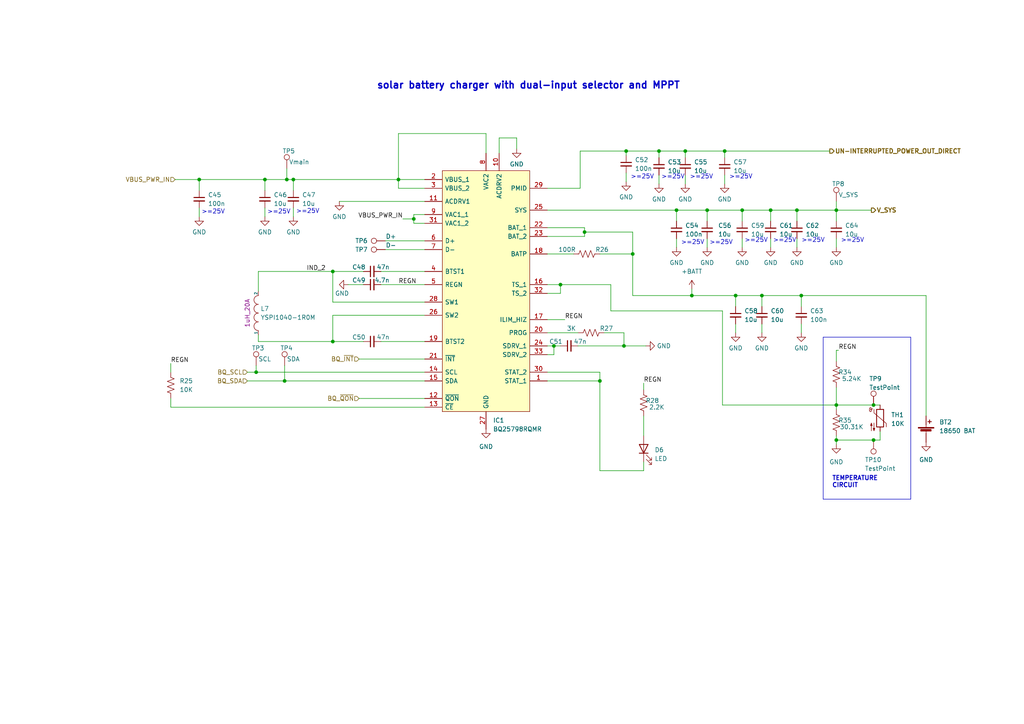
<source format=kicad_sch>
(kicad_sch (version 20230121) (generator eeschema)
  (paper "A4")
  (lib_symbols
    (symbol "Connector:TestPoint" (pin_numbers hide) (pin_names (offset 0.762) hide)
      (property "Reference" "TP" (at 0 6.858 0))
      (property "Value" "TestPoint" (at 0 5.08 0))
      (symbol "TestPoint_0_1"
        (circle (center 0 3.302) (radius 0.762))
      )
      (symbol "TestPoint_1_1"
        (pin passive line (at 0 0 90) (length 2.54) (name "1") (number "1"))
      )
    )
    (symbol "Device:Battery_Cell" (pin_numbers hide) (pin_names (offset 0) hide)
      (property "Reference" "BT" (at 2.54 2.54 0))
      (property "Value" "Battery_Cell" (at 2.54 0 0))
      (symbol "Battery_Cell_0_1"
        (rectangle (start -2.286 1.778) (end 2.286 1.524) (fill (type outline)))
        (rectangle (start -1.5748 1.1938) (end 1.4732 0.6858) (fill (type outline)))
        (polyline (pts (xy 0 0.762) (xy 0 0)))
        (polyline (pts (xy 0 1.778) (xy 0 2.54)))
        (polyline (pts (xy 0.508 3.429) (xy 1.524 3.429)) (stroke (width 0.254)))
        (polyline (pts (xy 1.016 3.937) (xy 1.016 2.921)) (stroke (width 0.254)))
      )
      (symbol "Battery_Cell_1_1"
        (pin passive line (at 0 5.08 270) (length 2.54) (name "+") (number "1"))
        (pin passive line (at 0 -2.54 90) (length 2.54) (name "-") (number "2"))
      )
    )
    (symbol "Device:C_Small" (pin_numbers hide) (pin_names (offset 0.254) hide)
      (property "Reference" "C" (at 0.254 1.778 0))
      (property "Value" "C_Small" (at 0.254 -2.032 0))
      (symbol "C_Small_0_1"
        (polyline (pts (xy -1.524 -0.508) (xy 1.524 -0.508)) (stroke (width 0.3302)))
        (polyline (pts (xy -1.524 0.508) (xy 1.524 0.508)) (stroke (width 0.3048)))
      )
      (symbol "C_Small_1_1"
        (pin passive line (at 0 2.54 270) (length 2.032) (name "~") (number "1"))
        (pin passive line (at 0 -2.54 90) (length 2.032) (name "~") (number "2"))
      )
    )
    (symbol "Device:LED" (pin_numbers hide) (pin_names (offset 1.016) hide)
      (property "Reference" "D" (at 0 2.54 0))
      (property "Value" "LED" (at 0 -2.54 0))
      (symbol "LED_0_1"
        (polyline (pts (xy -1.27 -1.27) (xy -1.27 1.27)) (stroke (width 0.254)))
        (polyline (pts (xy -1.27 0) (xy 1.27 0)))
        (polyline (pts (xy 1.27 -1.27) (xy 1.27 1.27) (xy -1.27 0) (xy 1.27 -1.27)) (stroke (width 0.254)))
        (polyline (pts (xy -3.048 -0.762) (xy -4.572 -2.286) (xy -3.81 -2.286) (xy -4.572 -2.286) (xy -4.572 -1.524)))
        (polyline (pts (xy -1.778 -0.762) (xy -3.302 -2.286) (xy -2.54 -2.286) (xy -3.302 -2.286) (xy -3.302 -1.524)))
      )
      (symbol "LED_1_1"
        (pin passive line (at -3.81 0 0) (length 2.54) (name "K") (number "1"))
        (pin passive line (at 3.81 0 180) (length 2.54) (name "A") (number "2"))
      )
    )
    (symbol "Device:R_US" (pin_numbers hide) (pin_names (offset 0))
      (property "Reference" "R" (at 2.54 0 90))
      (property "Value" "R_US" (at -2.54 0 90))
      (symbol "R_US_0_1"
        (polyline (pts (xy 0 -2.286) (xy 0 -2.54)))
        (polyline (pts (xy 0 2.286) (xy 0 2.54)))
        (polyline (pts (xy 0 -0.762) (xy 1.016 -1.143) (xy 0 -1.524) (xy -1.016 -1.905) (xy 0 -2.286)))
        (polyline (pts (xy 0 0.762) (xy 1.016 0.381) (xy 0 0) (xy -1.016 -0.381) (xy 0 -0.762)))
        (polyline (pts (xy 0 2.286) (xy 1.016 1.905) (xy 0 1.524) (xy -1.016 1.143) (xy 0 0.762)))
      )
      (symbol "R_US_1_1"
        (pin passive line (at 0 3.81 270) (length 1.27) (name "~") (number "1"))
        (pin passive line (at 0 -3.81 90) (length 1.27) (name "~") (number "2"))
      )
    )
    (symbol "Device:Thermistor_NTC" (pin_numbers hide) (pin_names (offset 0))
      (property "Reference" "TH" (at -4.445 0 90))
      (property "Value" "Thermistor_NTC" (at 3.175 0 90))
      (symbol "Thermistor_NTC_0_1"
        (arc (start -3.048 2.159) (mid -3.0495 2.3143) (end -3.175 2.413))
        (arc (start -3.048 2.159) (mid -2.9736 1.9794) (end -2.794 1.905))
        (arc (start -3.048 2.794) (mid -2.9736 2.6144) (end -2.794 2.54))
        (arc (start -2.794 1.905) (mid -2.6144 1.9794) (end -2.54 2.159))
        (arc (start -2.794 2.54) (mid -2.4393 2.5587) (end -2.159 2.794))
        (arc (start -2.794 3.048) (mid -2.9736 2.9736) (end -3.048 2.794))
        (arc (start -2.54 2.794) (mid -2.6144 2.9736) (end -2.794 3.048))
        (rectangle (start -1.016 2.54) (end 1.016 -2.54) (stroke (width 0.254)))
        (polyline (pts (xy -2.54 2.159) (xy -2.54 2.794)))
        (polyline (pts (xy -1.778 2.54) (xy -1.778 1.524) (xy 1.778 -1.524) (xy 1.778 -2.54)))
        (polyline (pts (xy -2.54 -3.683) (xy -2.54 -1.397) (xy -2.794 -2.159) (xy -2.286 -2.159) (xy -2.54 -1.397) (xy -2.54 -1.651)) (fill (type outline)))
        (polyline (pts (xy -1.778 -1.397) (xy -1.778 -3.683) (xy -2.032 -2.921) (xy -1.524 -2.921) (xy -1.778 -3.683) (xy -1.778 -3.429)) (fill (type outline)))
      )
      (symbol "Thermistor_NTC_1_1"
        (pin passive line (at 0 3.81 270) (length 1.27) (name "~") (number "1"))
        (pin passive line (at 0 -3.81 90) (length 1.27) (name "~") (number "2"))
      )
    )
    (symbol "GCL_Integrated-Circuits:BQ25798RQMR" (pin_names (offset 0.762))
      (property "Reference" "IC" (at 22.86 6.35 0))
      (property "Value" "BQ25798RQMR" (at 22.86 3.81 0))
      (symbol "BQ25798RQMR_0_0"
        (pin passive line (at 35.56 -58.42 180) (length 5.08) (name "STAT_1") (number "1"))
        (pin passive line (at 21.59 7.62 270) (length 5.08) (name "ACDRV2") (number "10"))
        (pin passive line (at 0 -6.35 0) (length 5.08) (name "ACDRV1") (number "11"))
        (pin passive line (at 0 -63.5 0) (length 5.08) (name "~{QON}") (number "12"))
        (pin passive line (at 0 -66.04 0) (length 5.08) (name "~{CE}") (number "13"))
        (pin passive line (at 0 -55.88 0) (length 5.08) (name "SCL") (number "14"))
        (pin passive line (at 0 -58.42 0) (length 5.08) (name "SDA") (number "15"))
        (pin passive line (at 35.56 -30.48 180) (length 5.08) (name "TS_1") (number "16"))
        (pin passive line (at 35.56 -40.64 180) (length 5.08) (name "ILIM_HIZ") (number "17"))
        (pin passive line (at 35.56 -21.59 180) (length 5.08) (name "BATP") (number "18"))
        (pin passive line (at 0 -46.99 0) (length 5.08) (name "BTST2") (number "19"))
        (pin passive line (at 0 0 0) (length 5.08) (name "VBUS_1") (number "2"))
        (pin passive line (at 35.56 -44.45 180) (length 5.08) (name "PROG") (number "20"))
        (pin passive line (at 0 -52.07 0) (length 5.08) (name "~{INT}") (number "21"))
        (pin passive line (at 35.56 -13.97 180) (length 5.08) (name "BAT_1") (number "22"))
        (pin passive line (at 35.56 -16.51 180) (length 5.08) (name "BAT_2") (number "23"))
        (pin passive line (at 35.56 -48.26 180) (length 5.08) (name "SDRV_1") (number "24"))
        (pin passive line (at 35.56 -8.89 180) (length 5.08) (name "SYS") (number "25"))
        (pin passive line (at 0 -39.37 0) (length 5.08) (name "SW2") (number "26"))
        (pin passive line (at 17.78 -72.39 90) (length 5.08) (name "GND") (number "27"))
        (pin passive line (at 0 -35.56 0) (length 5.08) (name "SW1") (number "28"))
        (pin passive line (at 35.56 -2.54 180) (length 5.08) (name "PMID") (number "29"))
        (pin passive line (at 0 -2.54 0) (length 5.08) (name "VBUS_2") (number "3"))
        (pin passive line (at 35.56 -55.88 180) (length 5.08) (name "STAT_2") (number "30"))
        (pin passive line (at 0 -12.7 0) (length 5.08) (name "VAC1_2") (number "31"))
        (pin passive line (at 35.56 -33.02 180) (length 5.08) (name "TS_2") (number "32"))
        (pin passive line (at 35.56 -50.8 180) (length 5.08) (name "SDRV_2") (number "33"))
        (pin passive line (at 0 -26.67 0) (length 5.08) (name "BTST1") (number "4"))
        (pin passive line (at 0 -30.48 0) (length 5.08) (name "REGN") (number "5"))
        (pin passive line (at 0 -17.78 0) (length 5.08) (name "D+") (number "6"))
        (pin passive line (at 0 -20.32 0) (length 5.08) (name "D-") (number "7"))
        (pin passive line (at 17.78 7.62 270) (length 5.08) (name "VAC2") (number "8"))
        (pin passive line (at 0 -10.16 0) (length 5.08) (name "VAC1_1") (number "9"))
      )
      (symbol "BQ25798RQMR_0_1"
        (polyline (pts (xy 5.08 2.54) (xy 30.48 2.54) (xy 30.48 -67.31) (xy 5.08 -67.31) (xy 5.08 2.54)) (stroke (width 0.1524)) (fill (type background)))
      )
    )
    (symbol "power:+BATT" (power) (pin_names (offset 0))
      (property "Value" "+BATT" (at 0 3.556 0))
      (symbol "+BATT_0_1"
        (polyline (pts (xy -0.762 1.27) (xy 0 2.54)))
        (polyline (pts (xy 0 0) (xy 0 2.54)))
        (polyline (pts (xy 0 2.54) (xy 0.762 1.27)))
      )
      (symbol "+BATT_1_1"
        (pin power_in line (at 0 0 90) (length 0) hide (name "+BATT") (number "1"))
      )
    )
    (symbol "power:GND" (power) (pin_names (offset 0))
      (property "Value" "GND" (at 0 -3.81 0))
      (symbol "GND_0_1"
        (polyline (pts (xy 0 0) (xy 0 -1.27) (xy 1.27 -1.27) (xy 0 -2.54) (xy -1.27 -1.27) (xy 0 -1.27)))
      )
      (symbol "GND_1_1"
        (pin power_in line (at 0 0 270) (length 0) hide (name "GND") (number "1"))
      )
    )
    (symbol "pspice:INDUCTOR" (pin_numbers hide) (pin_names (offset 0))
      (property "Reference" "L" (at 0 2.54 0))
      (property "Value" "INDUCTOR" (at 0 -1.27 0))
      (symbol "INDUCTOR_0_1"
        (arc (start -2.54 0) (mid -3.81 1.2645) (end -5.08 0))
        (arc (start 0 0) (mid -1.27 1.2645) (end -2.54 0))
        (arc (start 2.54 0) (mid 1.27 1.2645) (end 0 0))
        (arc (start 5.08 0) (mid 3.81 1.2645) (end 2.54 0))
      )
      (symbol "INDUCTOR_1_1"
        (pin input line (at -6.35 0 0) (length 1.27) (name "1") (number "1"))
        (pin input line (at 6.35 0 180) (length 1.27) (name "2") (number "2"))
      )
    )
  )
  (junction (at 223.52 60.96))
  (junction (at 162.56 82.55))
  (junction (at 74.295 107.95))
  (junction (at 200.66 85.725))
  (junction (at 215.265 60.96))
  (junction (at 210.185 43.815))
  (junction (at 253.365 117.475))
  (junction (at 160.655 100.33))
  (junction (at 85.09 52.07))
  (junction (at 169.545 67.31))
  (junction (at 213.36 85.725))
  (junction (at 96.52 78.74))
  (junction (at 220.98 85.725))
  (junction (at 191.135 43.815))
  (junction (at 196.215 60.96))
  (junction (at 231.14 60.96))
  (junction (at 82.55 110.49))
  (junction (at 173.99 110.49))
  (junction (at 242.57 117.475))
  (junction (at 120.015 63.5))
  (junction (at 183.515 73.66))
  (junction (at 57.785 52.07))
  (junction (at 232.41 85.725))
  (junction (at 83.185 52.07))
  (junction (at 242.57 60.96))
  (junction (at 115.57 52.07))
  (junction (at 205.105 60.96))
  (junction (at 198.755 43.815))
  (junction (at 242.57 127.635))
  (junction (at 180.975 100.33))
  (junction (at 253.365 127.635))
  (junction (at 76.835 52.07))
  (junction (at 96.52 99.06))
  (junction (at 181.61 43.815))
  (wire (pts (xy 242.57 128.905) (xy 242.57 127.635)))
  (wire (pts (xy 158.75 102.87) (xy 160.655 102.87)))
  (polyline (pts (xy 238.76 97.79) (xy 238.76 144.78)))
  (wire (pts (xy 253.365 117.475) (xy 242.57 117.475)))
  (wire (pts (xy 160.655 100.33) (xy 162.56 100.33)))
  (wire (pts (xy 255.27 127.635) (xy 253.365 127.635)))
  (wire (pts (xy 85.09 52.07) (xy 115.57 52.07)))
  (wire (pts (xy 177.165 90.17) (xy 177.165 82.55)))
  (wire (pts (xy 50.8 52.07) (xy 57.785 52.07)))
  (wire (pts (xy 74.295 107.95) (xy 123.19 107.95)))
  (wire (pts (xy 123.19 54.61) (xy 115.57 54.61)))
  (wire (pts (xy 167.64 100.33) (xy 180.975 100.33)))
  (wire (pts (xy 242.57 58.42) (xy 242.57 60.96)))
  (wire (pts (xy 110.49 82.55) (xy 123.19 82.55)))
  (wire (pts (xy 242.57 60.96) (xy 242.57 64.135)))
  (wire (pts (xy 144.78 44.45) (xy 144.78 40.005)))
  (wire (pts (xy 85.09 52.07) (xy 85.09 55.245)))
  (wire (pts (xy 223.52 60.96) (xy 223.52 64.135)))
  (wire (pts (xy 223.52 60.96) (xy 231.14 60.96)))
  (wire (pts (xy 186.69 111.125) (xy 186.69 113.03)))
  (wire (pts (xy 200.66 83.82) (xy 200.66 85.725)))
  (wire (pts (xy 76.835 52.07) (xy 76.835 55.245)))
  (wire (pts (xy 232.41 93.98) (xy 232.41 96.52)))
  (wire (pts (xy 186.69 133.985) (xy 186.69 136.525)))
  (wire (pts (xy 149.86 40.005) (xy 149.86 43.18)))
  (wire (pts (xy 205.105 60.96) (xy 205.105 64.135)))
  (wire (pts (xy 74.295 106.045) (xy 74.295 107.95)))
  (wire (pts (xy 111.76 72.39) (xy 123.19 72.39)))
  (wire (pts (xy 168.275 43.815) (xy 181.61 43.815)))
  (wire (pts (xy 220.98 85.725) (xy 220.98 88.9)))
  (wire (pts (xy 191.135 43.815) (xy 198.755 43.815)))
  (wire (pts (xy 231.14 60.96) (xy 242.57 60.96)))
  (wire (pts (xy 104.14 115.57) (xy 123.19 115.57)))
  (wire (pts (xy 220.98 93.98) (xy 220.98 96.52)))
  (wire (pts (xy 169.545 67.31) (xy 183.515 67.31)))
  (polyline (pts (xy 264.16 144.78) (xy 238.76 144.78)))
  (wire (pts (xy 173.99 136.525) (xy 173.99 110.49)))
  (wire (pts (xy 177.165 82.55) (xy 162.56 82.55)))
  (wire (pts (xy 120.015 64.77) (xy 120.015 63.5)))
  (wire (pts (xy 74.93 99.06) (xy 96.52 99.06)))
  (wire (pts (xy 210.185 43.815) (xy 210.185 45.72)))
  (wire (pts (xy 213.36 85.725) (xy 220.98 85.725)))
  (wire (pts (xy 183.515 85.725) (xy 200.66 85.725)))
  (wire (pts (xy 196.215 69.215) (xy 196.215 71.755)))
  (wire (pts (xy 169.545 67.31) (xy 169.545 68.58)))
  (wire (pts (xy 71.755 107.95) (xy 74.295 107.95)))
  (wire (pts (xy 198.755 43.815) (xy 210.185 43.815)))
  (wire (pts (xy 158.75 100.33) (xy 160.655 100.33)))
  (wire (pts (xy 186.69 120.65) (xy 186.69 126.365)))
  (wire (pts (xy 96.52 78.74) (xy 96.52 87.63)))
  (wire (pts (xy 210.185 50.8) (xy 210.185 53.34)))
  (wire (pts (xy 115.57 38.735) (xy 115.57 52.07)))
  (wire (pts (xy 180.975 96.52) (xy 180.975 100.33)))
  (wire (pts (xy 49.53 105.41) (xy 49.53 107.95)))
  (wire (pts (xy 120.015 62.23) (xy 123.19 62.23)))
  (wire (pts (xy 140.97 38.735) (xy 115.57 38.735)))
  (wire (pts (xy 140.97 44.45) (xy 140.97 38.735)))
  (wire (pts (xy 183.515 73.66) (xy 183.515 85.725)))
  (wire (pts (xy 242.57 104.775) (xy 242.57 101.6)))
  (wire (pts (xy 196.215 60.96) (xy 196.215 64.135)))
  (wire (pts (xy 96.52 99.06) (xy 96.52 91.44)))
  (wire (pts (xy 76.835 52.07) (xy 83.185 52.07)))
  (wire (pts (xy 232.41 85.725) (xy 268.605 85.725)))
  (wire (pts (xy 110.49 78.74) (xy 123.19 78.74)))
  (wire (pts (xy 181.61 43.815) (xy 181.61 45.085)))
  (wire (pts (xy 196.215 60.96) (xy 205.105 60.96)))
  (wire (pts (xy 83.185 48.895) (xy 83.185 52.07)))
  (wire (pts (xy 191.135 43.815) (xy 191.135 45.72)))
  (wire (pts (xy 144.78 40.005) (xy 149.86 40.005)))
  (wire (pts (xy 181.61 43.815) (xy 191.135 43.815)))
  (wire (pts (xy 181.61 50.165) (xy 181.61 52.705)))
  (wire (pts (xy 74.93 78.74) (xy 74.93 84.455)))
  (wire (pts (xy 268.605 120.65) (xy 268.605 85.725)))
  (wire (pts (xy 173.99 110.49) (xy 173.99 107.95)))
  (wire (pts (xy 100.965 82.55) (xy 105.41 82.55)))
  (wire (pts (xy 158.75 92.71) (xy 163.83 92.71)))
  (wire (pts (xy 74.93 97.155) (xy 74.93 99.06)))
  (wire (pts (xy 158.75 73.66) (xy 166.37 73.66)))
  (wire (pts (xy 96.52 78.74) (xy 105.41 78.74)))
  (polyline (pts (xy 238.76 97.79) (xy 264.16 97.79)))
  (wire (pts (xy 158.75 110.49) (xy 173.99 110.49)))
  (wire (pts (xy 213.36 85.725) (xy 213.36 88.9)))
  (wire (pts (xy 160.655 102.87) (xy 160.655 100.33)))
  (wire (pts (xy 186.69 136.525) (xy 173.99 136.525)))
  (wire (pts (xy 213.36 93.98) (xy 213.36 96.52)))
  (polyline (pts (xy 264.16 97.79) (xy 264.16 144.78)))
  (wire (pts (xy 169.545 68.58) (xy 158.75 68.58)))
  (wire (pts (xy 116.84 63.5) (xy 120.015 63.5)))
  (wire (pts (xy 223.52 69.215) (xy 223.52 71.755)))
  (wire (pts (xy 96.52 91.44) (xy 123.19 91.44)))
  (wire (pts (xy 104.14 104.14) (xy 123.19 104.14)))
  (wire (pts (xy 96.52 99.06) (xy 105.41 99.06)))
  (wire (pts (xy 242.57 127.635) (xy 242.57 126.365)))
  (wire (pts (xy 198.755 50.8) (xy 198.755 53.34)))
  (wire (pts (xy 200.66 85.725) (xy 213.36 85.725)))
  (wire (pts (xy 111.76 69.85) (xy 123.19 69.85)))
  (wire (pts (xy 49.53 115.57) (xy 49.53 118.11)))
  (wire (pts (xy 209.55 117.475) (xy 209.55 90.17)))
  (wire (pts (xy 120.015 63.5) (xy 120.015 62.23)))
  (wire (pts (xy 210.185 43.815) (xy 240.665 43.815)))
  (wire (pts (xy 242.57 101.6) (xy 243.205 101.6)))
  (wire (pts (xy 168.275 54.61) (xy 168.275 43.815)))
  (wire (pts (xy 232.41 85.725) (xy 232.41 88.9)))
  (wire (pts (xy 173.99 73.66) (xy 183.515 73.66)))
  (wire (pts (xy 242.57 117.475) (xy 209.55 117.475)))
  (wire (pts (xy 175.26 96.52) (xy 180.975 96.52)))
  (wire (pts (xy 158.75 60.96) (xy 196.215 60.96)))
  (wire (pts (xy 158.75 54.61) (xy 168.275 54.61)))
  (wire (pts (xy 198.755 45.72) (xy 198.755 43.815)))
  (wire (pts (xy 110.49 99.06) (xy 123.19 99.06)))
  (wire (pts (xy 96.52 87.63) (xy 123.19 87.63)))
  (wire (pts (xy 158.75 96.52) (xy 167.64 96.52)))
  (wire (pts (xy 57.785 60.325) (xy 57.785 62.865)))
  (wire (pts (xy 173.99 107.95) (xy 158.75 107.95)))
  (wire (pts (xy 57.785 52.07) (xy 76.835 52.07)))
  (wire (pts (xy 123.19 64.77) (xy 120.015 64.77)))
  (wire (pts (xy 183.515 67.31) (xy 183.515 73.66)))
  (wire (pts (xy 85.09 60.325) (xy 85.09 62.865)))
  (wire (pts (xy 205.105 60.96) (xy 215.265 60.96)))
  (wire (pts (xy 242.57 60.96) (xy 252.73 60.96)))
  (wire (pts (xy 191.135 50.8) (xy 191.135 53.34)))
  (wire (pts (xy 162.56 82.55) (xy 158.75 82.55)))
  (wire (pts (xy 162.56 85.09) (xy 162.56 82.55)))
  (wire (pts (xy 71.755 110.49) (xy 82.55 110.49)))
  (wire (pts (xy 115.57 54.61) (xy 115.57 52.07)))
  (wire (pts (xy 82.55 110.49) (xy 123.19 110.49)))
  (wire (pts (xy 57.785 52.07) (xy 57.785 55.245)))
  (wire (pts (xy 98.425 58.42) (xy 123.19 58.42)))
  (wire (pts (xy 242.57 69.215) (xy 242.57 71.755)))
  (wire (pts (xy 158.75 85.09) (xy 162.56 85.09)))
  (wire (pts (xy 209.55 90.17) (xy 177.165 90.17)))
  (wire (pts (xy 215.265 69.215) (xy 215.265 71.755)))
  (wire (pts (xy 255.27 125.095) (xy 255.27 127.635)))
  (wire (pts (xy 83.185 52.07) (xy 85.09 52.07)))
  (wire (pts (xy 158.75 66.04) (xy 169.545 66.04)))
  (wire (pts (xy 253.365 127.635) (xy 242.57 127.635)))
  (wire (pts (xy 215.265 60.96) (xy 223.52 60.96)))
  (wire (pts (xy 205.105 69.215) (xy 205.105 71.755)))
  (wire (pts (xy 180.975 100.33) (xy 187.325 100.33)))
  (wire (pts (xy 220.98 85.725) (xy 232.41 85.725)))
  (wire (pts (xy 231.14 60.96) (xy 231.14 64.135)))
  (wire (pts (xy 115.57 52.07) (xy 123.19 52.07)))
  (wire (pts (xy 76.835 60.325) (xy 76.835 62.865)))
  (wire (pts (xy 49.53 118.11) (xy 123.19 118.11)))
  (wire (pts (xy 82.55 106.045) (xy 82.55 110.49)))
  (wire (pts (xy 96.52 78.74) (xy 74.93 78.74)))
  (wire (pts (xy 231.14 69.215) (xy 231.14 71.755)))
  (wire (pts (xy 242.57 112.395) (xy 242.57 117.475)))
  (wire (pts (xy 215.265 60.96) (xy 215.265 64.135)))
  (wire (pts (xy 169.545 66.04) (xy 169.545 67.31)))
  (wire (pts (xy 242.57 117.475) (xy 242.57 118.745)))
  (wire (pts (xy 255.27 117.475) (xy 253.365 117.475)))
  (text ">=25V" (at 77.47 62.23 0) (effects (font (size 1.27 1.27)) (justify left bottom)))
  (text ">=25V" (at 215.9 70.485 0) (effects (font (size 1.27 1.27)) (justify left bottom)))
  (text ">=25V" (at 58.42 62.23 0) (effects (font (size 1.27 1.27)) (justify left bottom)))
  (text ">=25V" (at 85.8353 62.0867 0) (effects (font (size 1.27 1.27)) (justify left bottom)))
  (text "TEMPERATURE\nCIRCUIT" (at 241.3 141.605 0) (effects (font (size 1.27 1.27) bold) (justify left bottom)))
  (text ">=25V" (at 197.485 71.12 0) (effects (font (size 1.27 1.27)) (justify left bottom)))
  (text "solar battery charger with dual-input selector and MPPT " (at 109.22 26.035 0) (effects (font (size 2 2) (thickness 0.4) bold) (justify left bottom)))
  (text ">=25V" (at 191.77 52.07 0) (effects (font (size 1.27 1.27)) (justify left bottom)))
  (text ">=25V" (at 243.84 70.485 0) (effects (font (size 1.27 1.27)) (justify left bottom)))
  (text ">=25V" (at 205.74 71.12 0) (effects (font (size 1.27 1.27)) (justify left bottom)))
  (text ">=25V" (at 211.455 52.07 0) (effects (font (size 1.27 1.27)) (justify left bottom)))
  (text ">=25V" (at 232.41 70.485 0) (effects (font (size 1.27 1.27)) (justify left bottom)))
  (text ">=25V" (at 224.155 70.485 0) (effects (font (size 1.27 1.27)) (justify left bottom)))
  (text ">=25V" (at 182.88 52.07 0) (effects (font (size 1.27 1.27)) (justify left bottom)))
  (text ">=25V" (at 200.025 52.07 0) (effects (font (size 1.27 1.27)) (justify left bottom)))
  (label "REGN" (at 186.69 111.125 0))
  (label "REGN" (at 115.57 82.55 0))
  (label "REGN" (at 163.83 92.71 0))
  (label "REGN" (at 243.205 101.6 0))
  (label "REGN" (at 49.53 105.41 0))
  (label "VBUS_PWR_IN" (at 116.84 63.5 180))
  (label "IND_2" (at 88.9 78.74 0))
  (hierarchical_label "BQ_SCL" (shape input) (at 71.755 107.95 180))
  (hierarchical_label "BQ_SDA" (shape input) (at 71.755 110.49 180))
  (hierarchical_label "BQ_~{QON}" (shape input) (at 104.14 115.57 180))
  (hierarchical_label "VBUS_PWR_IN" (shape input) (at 50.8 52.07 180))
  (hierarchical_label "UN-INTERRUPTED_POWER_OUT_DIRECT" (shape output) (at 240.665 43.815 0) (effects (font bold)))
  (hierarchical_label "BQ_~{INT}" (shape input) (at 104.14 104.14 180))
  (hierarchical_label "V_SYS" (shape output) (at 252.73 60.96 0) (effects (font bold)))
  (symbol (lib_id "power:GND") (at 85.09 62.865 0) (unit 1)
    (property "Reference" "#PWR076" (effects hide))
    (property "Value" "GND" (at 85.09 67.31 0))
  )
  (symbol (lib_id "Device:C_Small") (at 232.41 91.44 0) (unit 1)
    (property "Reference" "C63" (at 234.95 90.1762 0) (effects (justify left)))
    (property "Value" "100n" (at 234.95 92.7162 0) (effects (justify left)))
    (property "Footprint" "Capacitor_SMD:C_0603_1608Metric" (effects hide))
  )
  (symbol (lib_id "Device:R_US") (at 171.45 96.52 90) (unit 1)
    (property "Reference" "R27" (at 175.895 95.25 90))
    (property "Value" "3K" (at 165.735 95.25 90))
    (property "Footprint" "Resistor_SMD:R_0402_1005Metric" (effects hide))
  )
  (symbol (lib_id "Device:C_Small") (at 213.36 91.44 0) (unit 1)
    (property "Reference" "C58" (at 215.9 90.1762 0) (effects (justify left)))
    (property "Value" "10u" (at 215.9 92.7162 0) (effects (justify left)))
    (property "Footprint" "Capacitor_SMD:C_0603_1608Metric" (effects hide))
  )
  (symbol (lib_id "Device:C_Small") (at 107.95 78.74 90) (unit 1)
    (property "Reference" "C48" (at 106.045 77.47 90) (effects (justify left)))
    (property "Value" "47n" (at 113.03 77.47 90) (effects (justify left)))
    (property "Footprint" "Capacitor_SMD:C_0402_1005Metric" (effects hide))
  )
  (symbol (lib_id "GCL_Integrated-Circuits:BQ25798RQMR") (at 123.19 52.07 0) (unit 1)
    (property "Reference" "IC1" (at 142.9894 121.92 0) (effects (justify left)))
    (property "Value" "BQ25798RQMR" (at 142.9894 124.46 0) (effects (justify left)))
    (property "Footprint" "greencharge-footprints:BQ25798RQMR" (effects hide))
    (property "Datasheet" "https://www.ti.com/lit/gpn/bq25798" (effects hide))
    (property "Description" "Battery Management I C controlled, 1-4-cell, 5-A buck-boost solar battery charger with dual-input selector and MPPT" (effects hide))
    (property "Height" "1" (effects hide))
    (property "Mouser Part Number" "595-BQ25798RQMR" (effects hide))
    (property "Mouser Price/Stock" "https://www.mouser.co.uk/ProductDetail/Texas-Instruments/BQ25798RQMR?qs=ljCeji4nMDmr66dwAbNsCg%3D%3D" (effects hide))
    (property "Manufacturer_Name" "Texas Instruments" (effects hide))
    (property "Manufacturer_Part_Number" "BQ25798RQMR" (effects hide))
  )
  (symbol (lib_id "Device:C_Small") (at 196.215 66.675 0) (unit 1)
    (property "Reference" "C54" (at 198.755 65.4112 0) (effects (justify left)))
    (property "Value" "100n" (at 198.755 67.9512 0) (effects (justify left)))
    (property "Footprint" "Capacitor_SMD:C_0402_1005Metric" (effects hide))
  )
  (symbol (lib_id "Device:C_Small") (at 231.14 66.675 0) (unit 1)
    (property "Reference" "C62" (at 233.68 65.4112 0) (effects (justify left)))
    (property "Value" "10u" (at 233.68 67.9512 0) (effects (justify left)))
    (property "Footprint" "Capacitor_SMD:C_0603_1608Metric" (effects hide))
  )
  (symbol (lib_id "Device:R_US") (at 170.18 73.66 90) (unit 1)
    (property "Reference" "R26" (at 174.625 72.39 90))
    (property "Value" "100R" (at 164.465 72.39 90))
    (property "Footprint" "Resistor_SMD:R_0402_1005Metric" (effects hide))
  )
  (symbol (lib_id "pspice:INDUCTOR") (at 74.93 90.805 90) (unit 1)
    (property "Reference" "L7" (at 75.565 89.5349 90) (effects (justify right)))
    (property "Value" "YSPI1040-1R0M" (at 75.565 92.0749 90) (effects (justify right)))
    (property "Footprint" "greencharge-footprints:YSPI1040-xxxx" (effects hide))
    (property "Datasheet" "https://www.lcsc.com/product-detail/Power-span-style-background-color-ff0-Inductors-span_YJYCOIN-YSPI1040-1R0M_C497887.html" (effects hide))
    (property "Description" "1uH_20A" (at 71.755 90.805 0))
  )
  (symbol (lib_id "Connector:TestPoint") (at 82.55 106.045 0) (unit 1)
    (property "Reference" "TP4" (at 81.28 100.965 0) (effects (justify left)))
    (property "Value" "SDA" (at 83.185 104.14 0) (effects (justify left)))
    (property "Footprint" "brilliant-kicad-library:TestPoint_Pad_D0.9mm" (effects hide))
  )
  (symbol (lib_id "Device:C_Small") (at 191.135 48.26 0) (unit 1)
    (property "Reference" "C53" (at 193.675 46.9962 0) (effects (justify left)))
    (property "Value" "10u" (at 193.675 49.5362 0) (effects (justify left)))
    (property "Footprint" "Capacitor_SMD:C_0603_1608Metric" (effects hide))
  )
  (symbol (lib_id "power:GND") (at 181.61 52.705 0) (unit 1)
    (property "Reference" "#PWR081" (effects hide))
    (property "Value" "GND" (at 181.61 57.15 0))
  )
  (symbol (lib_id "power:GND") (at 242.57 71.755 0) (unit 1)
    (property "Reference" "#PWR095" (effects hide))
    (property "Value" "GND" (at 242.57 76.2 0))
  )
  (symbol (lib_id "power:GND") (at 198.755 53.34 0) (unit 1)
    (property "Reference" "#PWR085" (effects hide))
    (property "Value" "GND" (at 198.755 57.785 0))
  )
  (symbol (lib_id "Device:C_Small") (at 165.1 100.33 90) (unit 1)
    (property "Reference" "C51" (at 163.195 99.06 90) (effects (justify left)))
    (property "Value" "47n" (at 170.18 99.06 90) (effects (justify left)))
    (property "Footprint" "Capacitor_SMD:C_0402_1005Metric" (effects hide))
  )
  (symbol (lib_id "Device:R_US") (at 242.57 108.585 180) (unit 1)
    (property "Reference" "R34" (at 245.11 107.95 0))
    (property "Value" "5.24K" (at 247.015 109.855 0))
    (property "Footprint" "Resistor_SMD:R_0402_1005Metric" (effects hide))
  )
  (symbol (lib_id "power:GND") (at 149.86 43.18 0) (unit 1)
    (property "Reference" "#PWR080" (effects hide))
    (property "Value" "GND" (at 149.86 47.625 0))
  )
  (symbol (lib_id "Device:R_US") (at 49.53 111.76 0) (unit 1)
    (property "Reference" "R25" (at 52.07 110.4899 0) (effects (justify left)))
    (property "Value" "10K" (at 52.07 113.0299 0) (effects (justify left)))
    (property "Footprint" "Resistor_SMD:R_0603_1608Metric" (effects hide))
  )
  (symbol (lib_id "power:GND") (at 205.105 71.755 0) (unit 1)
    (property "Reference" "#PWR087" (effects hide))
    (property "Value" "GND" (at 205.105 76.2 0))
  )
  (symbol (lib_id "power:GND") (at 98.425 58.42 0) (unit 1)
    (property "Reference" "#PWR078" (effects hide))
    (property "Value" "GND" (at 98.425 62.865 0))
  )
  (symbol (lib_id "power:GND") (at 213.36 96.52 0) (unit 1)
    (property "Reference" "#PWR089" (effects hide))
    (property "Value" "GND" (at 213.36 100.965 0))
  )
  (symbol (lib_id "Device:C_Small") (at 85.09 57.785 0) (unit 1)
    (property "Reference" "C47" (at 87.63 56.5212 0) (effects (justify left)))
    (property "Value" "10u" (at 87.63 59.0612 0) (effects (justify left)))
    (property "Footprint" "Capacitor_SMD:C_0603_1608Metric" (effects hide))
  )
  (symbol (lib_id "Device:C_Small") (at 223.52 66.675 0) (unit 1)
    (property "Reference" "C61" (at 226.06 65.4112 0) (effects (justify left)))
    (property "Value" "10u" (at 226.06 67.9512 0) (effects (justify left)))
    (property "Footprint" "Capacitor_SMD:C_0603_1608Metric" (effects hide))
  )
  (symbol (lib_id "Connector:TestPoint") (at 253.365 127.635 180) (unit 1)
    (property "Reference" "TP10" (at 250.825 133.35 0) (effects (justify right)))
    (property "Value" "TestPoint" (at 250.825 135.89 0) (effects (justify right)))
    (property "Footprint" "brilliant-kicad-library:TestPoint_Pad_D0.9mm" (effects hide))
  )
  (symbol (lib_id "Connector:TestPoint") (at 111.76 72.39 90) (unit 1)
    (property "Reference" "TP7" (at 106.68 72.39 90) (effects (justify left)))
    (property "Value" "D-" (at 114.935 71.12 90) (effects (justify left)))
    (property "Footprint" "brilliant-kicad-library:TestPoint_Pad_D0.9mm" (effects hide))
  )
  (symbol (lib_id "power:GND") (at 100.965 82.55 270) (unit 1)
    (property "Reference" "#PWR077" (effects hide))
    (property "Value" "GND" (at 97.155 85.09 90) (effects (justify left)))
  )
  (symbol (lib_id "Device:C_Small") (at 220.98 91.44 0) (unit 1)
    (property "Reference" "C60" (at 223.52 90.1762 0) (effects (justify left)))
    (property "Value" "10u" (at 223.52 92.7162 0) (effects (justify left)))
    (property "Footprint" "Capacitor_SMD:C_0603_1608Metric" (effects hide))
  )
  (symbol (lib_id "Device:C_Small") (at 76.835 57.785 0) (unit 1)
    (property "Reference" "C46" (at 79.375 56.5212 0) (effects (justify left)))
    (property "Value" "10u" (at 79.375 59.0612 0) (effects (justify left)))
    (property "Footprint" "Capacitor_SMD:C_0603_1608Metric" (effects hide))
  )
  (symbol (lib_id "Device:C_Small") (at 181.61 47.625 0) (unit 1)
    (property "Reference" "C52" (at 184.15 46.3612 0) (effects (justify left)))
    (property "Value" "100n" (at 184.15 48.9012 0) (effects (justify left)))
    (property "Footprint" "Capacitor_SMD:C_0402_1005Metric" (effects hide))
  )
  (symbol (lib_id "Device:Battery_Cell") (at 268.605 125.73 0) (unit 1)
    (property "Reference" "BT2" (at 272.415 122.4279 0) (effects (justify left)))
    (property "Value" "18650 BAT" (at 272.415 124.9679 0) (effects (justify left)))
    (property "Footprint" "Battery:BatteryHolder_Keystone_1042_1x18650" (effects hide))
  )
  (symbol (lib_id "power:GND") (at 187.325 100.33 90) (unit 1)
    (property "Reference" "#PWR082" (effects hide))
    (property "Value" "GND" (at 190.5 100.3299 90) (effects (justify right)))
  )
  (symbol (lib_id "power:GND") (at 232.41 96.52 0) (unit 1)
    (property "Reference" "#PWR094" (effects hide))
    (property "Value" "GND" (at 232.41 100.965 0))
  )
  (symbol (lib_id "power:GND") (at 223.52 71.755 0) (unit 1)
    (property "Reference" "#PWR092" (effects hide))
    (property "Value" "GND" (at 223.52 76.2 0))
  )
  (symbol (lib_id "Connector:TestPoint") (at 253.365 117.475 0) (unit 1)
    (property "Reference" "TP9" (at 252.095 109.855 0) (effects (justify left)))
    (property "Value" "TestPoint" (at 252.095 112.395 0) (effects (justify left)))
    (property "Footprint" "brilliant-kicad-library:TestPoint_Pad_D0.9mm" (effects hide))
  )
  (symbol (lib_id "power:GND") (at 210.185 53.34 0) (unit 1)
    (property "Reference" "#PWR088" (effects hide))
    (property "Value" "GND" (at 210.185 57.785 0))
  )
  (symbol (lib_id "power:GND") (at 57.785 62.865 0) (unit 1)
    (property "Reference" "#PWR074" (effects hide))
    (property "Value" "GND" (at 57.785 67.31 0))
  )
  (symbol (lib_id "power:GND") (at 220.98 96.52 0) (unit 1)
    (property "Reference" "#PWR091" (effects hide))
    (property "Value" "GND" (at 220.98 100.965 0))
  )
  (symbol (lib_id "Device:C_Small") (at 205.105 66.675 0) (unit 1)
    (property "Reference" "C56" (at 208.28 65.4112 0) (effects (justify left)))
    (property "Value" "10u" (at 208.28 67.9512 0) (effects (justify left)))
    (property "Footprint" "Capacitor_SMD:C_0402_1005Metric" (effects hide))
  )
  (symbol (lib_id "Device:R_US") (at 186.69 116.84 180) (unit 1)
    (property "Reference" "R28" (at 189.23 116.205 0))
    (property "Value" "2.2K" (at 190.5 118.11 0))
    (property "Footprint" "Resistor_SMD:R_0402_1005Metric" (effects hide))
  )
  (symbol (lib_id "Device:C_Small") (at 210.185 48.26 0) (unit 1)
    (property "Reference" "C57" (at 212.725 46.9962 0) (effects (justify left)))
    (property "Value" "10u" (at 212.725 49.5362 0) (effects (justify left)))
    (property "Footprint" "Capacitor_SMD:C_0603_1608Metric" (effects hide))
  )
  (symbol (lib_id "power:GND") (at 268.605 128.27 0) (unit 1)
    (property "Reference" "#PWR096" (effects hide))
    (property "Value" "GND" (at 268.605 133.35 0))
  )
  (symbol (lib_id "power:GND") (at 215.265 71.755 0) (unit 1)
    (property "Reference" "#PWR090" (effects hide))
    (property "Value" "GND" (at 215.265 76.2 0))
  )
  (symbol (lib_id "Connector:TestPoint") (at 83.185 48.895 0) (unit 1)
    (property "Reference" "TP5" (at 81.915 43.815 0) (effects (justify left)))
    (property "Value" "Vmain" (at 83.82 46.99 0) (effects (justify left)))
    (property "Footprint" "brilliant-kicad-library:TestPoint_Pad_D0.9mm" (effects hide))
  )
  (symbol (lib_id "Connector:TestPoint") (at 74.295 106.045 0) (unit 1)
    (property "Reference" "TP3" (at 73.025 100.965 0) (effects (justify left)))
    (property "Value" "SCL" (at 74.93 104.14 0) (effects (justify left)))
    (property "Footprint" "brilliant-kicad-library:TestPoint_Pad_D0.9mm" (effects hide))
  )
  (symbol (lib_id "Device:R_US") (at 242.57 122.555 180) (unit 1)
    (property "Reference" "R35" (at 245.11 121.92 0))
    (property "Value" "30.31K" (at 247.015 123.825 0))
    (property "Footprint" "Resistor_SMD:R_0402_1005Metric" (effects hide))
  )
  (symbol (lib_id "power:GND") (at 191.135 53.34 0) (unit 1)
    (property "Reference" "#PWR083" (effects hide))
    (property "Value" "GND" (at 191.135 57.785 0))
  )
  (symbol (lib_id "power:+BATT") (at 200.66 83.82 0) (unit 1)
    (property "Reference" "#PWR086" (effects hide))
    (property "Value" "+BATT" (at 200.66 78.74 0))
  )
  (symbol (lib_id "power:GND") (at 231.14 71.755 0) (unit 1)
    (property "Reference" "#PWR093" (effects hide))
    (property "Value" "GND" (at 231.14 76.2 0))
  )
  (symbol (lib_id "Device:Thermistor_NTC") (at 255.27 121.285 0) (unit 1) (on_board no)
    (property "Reference" "TH1" (at 258.445 120.3324 0) (effects (justify left)))
    (property "Value" "10K" (at 258.445 122.8724 0) (effects (justify left)))
  )
  (symbol (lib_id "Connector:TestPoint") (at 242.57 58.42 0) (unit 1)
    (property "Reference" "TP8" (at 241.3 53.34 0) (effects (justify left)))
    (property "Value" "V_SYS" (at 243.205 56.515 0) (effects (justify left)))
    (property "Footprint" "brilliant-kicad-library:TestPoint_Pad_D0.9mm" (effects hide))
  )
  (symbol (lib_id "Device:C_Small") (at 107.95 82.55 90) (unit 1)
    (property "Reference" "C49" (at 106.045 81.28 90) (effects (justify left)))
    (property "Value" "4.7n" (at 113.03 81.28 90) (effects (justify left)))
    (property "Footprint" "Capacitor_SMD:C_0402_1005Metric" (effects hide))
  )
  (symbol (lib_id "Device:C_Small") (at 215.265 66.675 0) (unit 1)
    (property "Reference" "C59" (at 217.805 65.4112 0) (effects (justify left)))
    (property "Value" "10u" (at 217.805 67.9512 0) (effects (justify left)))
    (property "Footprint" "Capacitor_SMD:C_0603_1608Metric" (effects hide))
  )
  (symbol (lib_id "power:GND") (at 140.97 124.46 0) (unit 1)
    (property "Reference" "#PWR079" (effects hide))
    (property "Value" "GND" (at 140.97 129.54 0))
  )
  (symbol (lib_id "Device:C_Small") (at 107.95 99.06 90) (unit 1)
    (property "Reference" "C50" (at 106.045 97.79 90) (effects (justify left)))
    (property "Value" "47n" (at 113.03 97.79 90) (effects (justify left)))
    (property "Footprint" "Capacitor_SMD:C_0402_1005Metric" (effects hide))
  )
  (symbol (lib_id "power:GND") (at 242.57 128.905 0) (unit 1)
    (property "Reference" "#PWR0112" (effects hide))
    (property "Value" "GND" (at 242.57 133.985 0))
  )
  (symbol (lib_id "Device:C_Small") (at 57.785 57.785 0) (unit 1)
    (property "Reference" "C45" (at 60.325 56.5212 0) (effects (justify left)))
    (property "Value" "100n" (at 60.325 59.0612 0) (effects (justify left)))
    (property "Footprint" "Capacitor_SMD:C_0603_1608Metric" (effects hide))
  )
  (symbol (lib_id "Device:C_Small") (at 242.57 66.675 0) (unit 1)
    (property "Reference" "C64" (at 245.11 65.4112 0) (effects (justify left)))
    (property "Value" "10u" (at 245.11 67.9512 0) (effects (justify left)))
    (property "Footprint" "Capacitor_SMD:C_0603_1608Metric" (effects hide))
  )
  (symbol (lib_id "Connector:TestPoint") (at 111.76 69.85 90) (unit 1)
    (property "Reference" "TP6" (at 106.68 69.85 90) (effects (justify left)))
    (property "Value" "D+" (at 114.935 68.58 90) (effects (justify left)))
    (property "Footprint" "brilliant-kicad-library:TestPoint_Pad_D0.9mm" (effects hide))
  )
  (symbol (lib_id "Device:LED") (at 186.69 130.175 90) (unit 1)
    (property "Reference" "D6" (at 189.865 130.4924 90) (effects (justify right)))
    (property "Value" "LED" (at 189.865 133.0324 90) (effects (justify right)))
    (property "Footprint" "LED_SMD:LED_0603_1608Metric" (effects hide))
  )
  (symbol (lib_id "Device:C_Small") (at 198.755 48.26 0) (unit 1)
    (property "Reference" "C55" (at 201.295 46.9962 0) (effects (justify left)))
    (property "Value" "10u" (at 201.295 49.5362 0) (effects (justify left)))
    (property "Footprint" "Capacitor_SMD:C_0603_1608Metric" (effects hide))
  )
  (symbol (lib_id "power:GND") (at 76.835 62.865 0) (unit 1)
    (property "Reference" "#PWR075" (effects hide))
    (property "Value" "GND" (at 76.835 67.31 0))
  )
  (symbol (lib_id "power:GND") (at 196.215 71.755 0) (unit 1)
    (property "Reference" "#PWR084" (effects hide))
    (property "Value" "GND" (at 196.215 76.2 0))
  )
)
</source>
